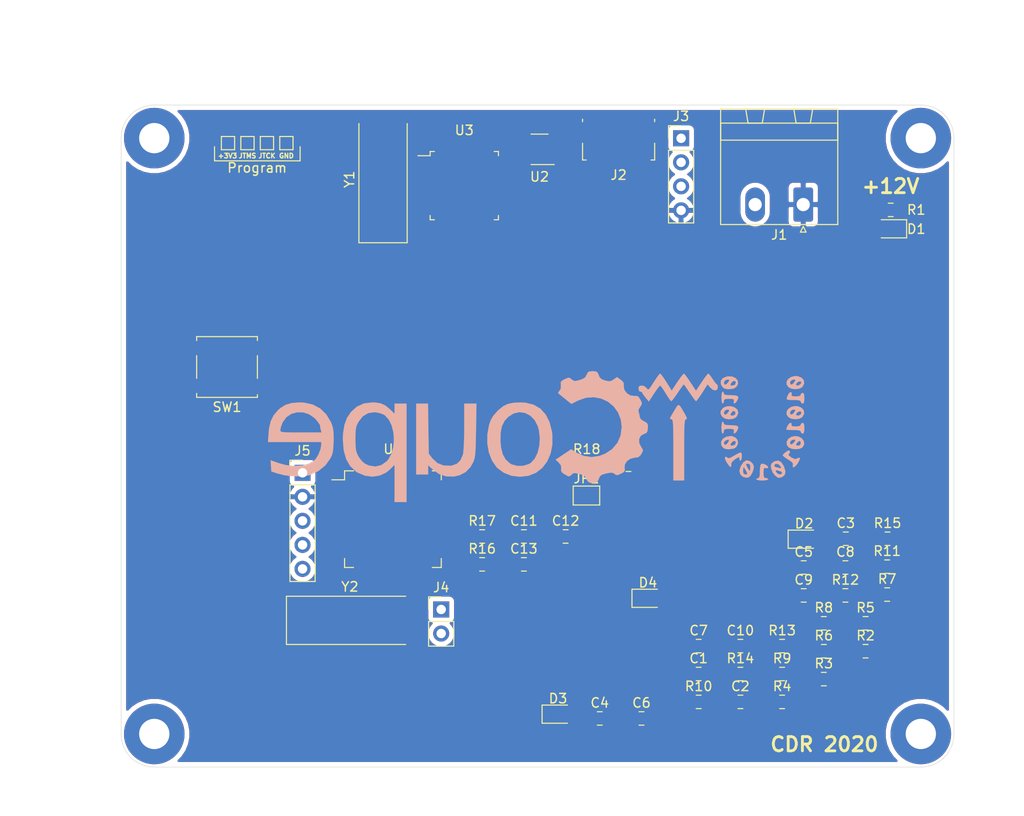
<source format=kicad_pcb>
(kicad_pcb (version 20171130) (host pcbnew "(5.1.4)-1")
  (layers (0 F.Cu signal) (31 B.Cu signal) (34 B.Paste user) (35 F.Paste user) (36 B.SilkS user hide) (37 F.SilkS user) (38 B.Mask user) (39 F.Mask user) (44 Edge.Cuts user))
  (net 0 "")
  (net 1 "Net-(D1-Pad1)")
  (net 2 +12V)
  (net 3 GND)
  (net 4 "Net-(U1-Pad23)")
  (net 5 "Net-(U1-Pad26)")
  (net 6 "Net-(U1-Pad15)")
  (net 7 "Net-(U1-Pad24)")
  (net 8 "Net-(U1-Pad20)")
  (net 9 "Net-(U1-Pad14)")
  (net 10 "Net-(U1-Pad19)")
  (net 11 "Net-(U1-Pad21)")
  (net 12 "Net-(U1-Pad22)")
  (net 13 "Net-(U1-Pad28)")
  (net 14 "Net-(U1-Pad10)")
  (net 15 "Net-(U1-Pad2)")
  (net 16 "Net-(U1-Pad11)")
  (net 17 "Net-(U1-Pad3)")
  (net 18 "Net-(U1-Pad1)")
  (net 19 "Net-(U1-Pad8)")
  (net 20 "Net-(U1-Pad9)")
  (net 21 "Net-(U1-Pad13)")
  (net 22 "Net-(U1-Pad25)")
  (net 23 "Net-(U1-Pad64)")
  (net 24 "Net-(U1-Pad62)")
  (net 25 "Net-(U1-Pad61)")
  (net 26 "Net-(U1-Pad59)")
  (net 27 "Net-(U1-Pad58)")
  (net 28 "Net-(U1-Pad57)")
  (net 29 "Net-(U1-Pad56)")
  (net 30 "Net-(U1-Pad54)")
  (net 31 "Net-(U1-Pad53)")
  (net 32 "Net-(U1-Pad52)")
  (net 33 "Net-(U1-Pad51)")
  (net 34 "Net-(U1-Pad50)")
  (net 35 "Net-(U1-Pad48)")
  (net 36 "Net-(U1-Pad45)")
  (net 37 "Net-(U1-Pad44)")
  (net 38 "Net-(U1-Pad43)")
  (net 39 "Net-(U1-Pad42)")
  (net 40 "Net-(U1-Pad41)")
  (net 41 "Net-(U1-Pad40)")
  (net 42 "Net-(U1-Pad39)")
  (net 43 "Net-(U1-Pad38)")
  (net 44 "Net-(U1-Pad37)")
  (net 45 "Net-(U1-Pad36)")
  (net 46 "Net-(U1-Pad35)")
  (net 47 "Net-(U1-Pad34)")
  (net 48 "Net-(U1-Pad33)")
  (net 49 "Net-(U1-Pad32)")
  (net 50 "Net-(U1-Pad29)")
  (net 51 "Net-(U1-Pad27)")
  (net 52 "Net-(U1-Pad4)")
  (net 53 +3V3)
  (net 54 "Net-(U2-Pad4)")
  (net 55 VBUS)
  (net 56 "Net-(U3-Pad46)")
  (net 57 "Net-(U3-Pad45)")
  (net 58 "Net-(U3-Pad43)")
  (net 59 "Net-(U3-Pad42)")
  (net 60 "Net-(U3-Pad41)")
  (net 61 "Net-(U3-Pad40)")
  (net 62 "Net-(U3-Pad39)")
  (net 63 "Net-(U3-Pad38)")
  (net 64 /ST_Link_v2/STM_JTCK)
  (net 65 /ST_Link_v2/STM_JTMS)
  (net 66 /ST_Link_v2/USB_DP)
  (net 67 /ST_Link_v2/USB_DM)
  (net 68 /ST_Link_v2/LED_STLINK)
  (net 69 "Net-(U3-Pad28)")
  (net 70 "Net-(U3-Pad22)")
  (net 71 "Net-(U3-Pad21)")
  (net 72 "Net-(U3-Pad19)")
  (net 73 "Net-(U3-Pad17)")
  (net 74 "Net-(U3-Pad16)")
  (net 75 "Net-(U3-Pad14)")
  (net 76 /ST_Link_v2/STLK_RX)
  (net 77 /ST_Link_v2/STLK_TX)
  (net 78 "Net-(U3-Pad11)")
  (net 79 "Net-(C3-Pad1)")
  (net 80 /ST_Link_v2/OSC_OUT)
  (net 81 /ST_Link_v2/OSC_IN)
  (net 82 "Net-(U3-Pad4)")
  (net 83 "Net-(U3-Pad3)")
  (net 84 "Net-(R9-Pad1)")
  (net 85 "Net-(R10-Pad1)")
  (net 86 "Net-(R15-Pad1)")
  (net 87 "Net-(R13-Pad2)")
  (net 88 "Net-(R11-Pad1)")
  (net 89 "Net-(C4-Pad2)")
  (net 90 "Net-(C11-Pad1)")
  (net 91 "Net-(C12-Pad1)")
  (net 92 /STM32F446RE6/NRST)
  (net 93 "Net-(C14-Pad1)")
  (net 94 "Net-(D2-Pad1)")
  (net 95 "Net-(D3-Pad2)")
  (net 96 "Net-(D4-Pad2)")
  (net 97 "Net-(J2-Pad4)")
  (net 98 "Net-(J2-Pad3)")
  (net 99 "Net-(J2-Pad2)")
  (net 100 /STM32F446RE6/SWO)
  (net 101 /STM32F446RE6/TMS)
  (net 102 /STM32F446RE6/TCK)
  (net 103 /STM32F446RE6/MCO)
  (net 104 /STM32F446RE6/PH0)
  (net 105 /STM32F446RE6/PH1)
  (net 106 "Net-(R18-Pad1)")
  (module TestPoint:TestPoint_Pad_1.0x1.0mm (layer F.Cu) (at 67.4624 54.0258)
    (fp_text reference TP4)
    (fp_text value GND (at 0 1.3462) (layer F.SilkS) (effects (font (size 0.5 0.5) (thickness 0.125))))
    (pad 1 smd rect (at 0 0) (size 1 1) (layers F.Cu F.Mask) (net 3 GND))
  )
  (module TestPoint:TestPoint_Pad_1.0x1.0mm (layer F.Cu) (at 65.405 54.0258)
    (fp_text reference TP3)
    (fp_text value JTCK (at 0 1.3462) (layer F.SilkS) (effects (font (size 0.5 0.5) (thickness 0.125))))
    (pad 1 smd rect (at 0 0) (size 1 1) (layers F.Cu F.Mask) (net 64 /ST_Link_v2/STM_JTCK))
  )
  (module TestPoint:TestPoint_Pad_1.0x1.0mm (layer F.Cu) (at 63.3476 54.0258)
    (fp_text reference TP2)
    (fp_text value JTMS (at 0 1.3462) (layer F.SilkS) (effects (font (size 0.5 0.5) (thickness 0.125))))
    (pad 1 smd rect (at 0 0) (size 1 1) (layers F.Cu F.Mask) (net 65 /ST_Link_v2/STM_JTMS))
  )
  (module TestPoint:TestPoint_Pad_1.0x1.0mm (layer F.Cu) (at 61.2902 54.0258)
    (fp_text reference TP1)
    (fp_text value +3V3 (at -0.0508 1.3462) (layer F.SilkS) (effects (font (size 0.5 0.5) (thickness 0.125))))
    (pad 1 smd rect (at 0 0) (size 1 1) (layers F.Cu F.Mask) (net 53 +3V3))
  )
  (module Button_Switch_SMD:SW_Push_1P1T_NO_CK_KSC6xxJ (layer F.Cu) (at 61.1886 77.6986)
    (fp_text reference SW1 (at 0 4.24) (layer F.SilkS))
    (fp_text value RESET)
    (pad 2 smd rect (at 2.9 2) (size 2.8 1) (layers F.Cu F.Paste F.Mask) (net 92 /STM32F446RE6/NRST))
    (pad 2 smd rect (at -2.9 2) (size 2.8 1) (layers F.Cu F.Paste F.Mask) (net 92 /STM32F446RE6/NRST))
    (pad 1 smd rect (at 2.9 -2) (size 2.8 1) (layers F.Cu F.Paste F.Mask) (net 3 GND))
    (pad 1 smd rect (at -2.9 -2) (size 2.8 1) (layers F.Cu F.Paste F.Mask) (net 3 GND))
  )
  (module Crystal:Crystal_SMD_HC49-SD (layer F.Cu) (at 74.167 104.4882)
    (fp_text reference Y2 (at 0 -3.55) (layer F.SilkS))
    (fp_text value "8MHz(16pF)[N/A]")
    (pad 2 smd rect (at 4.25 0) (size 4.5 2) (layers F.Cu F.Paste F.Mask) (net 91 "Net-(C12-Pad1)"))
    (pad 1 smd rect (at -4.25 0) (size 4.5 2) (layers F.Cu F.Paste F.Mask) (net 90 "Net-(C11-Pad1)"))
  )
  (module Crystal:Crystal_SMD_HC49-SD (layer F.Cu) (at 77.6732 57.8612 90)
    (fp_text reference Y1 (at 0 -3.55 90) (layer F.SilkS))
    (fp_text value "8MHz(12pF)")
    (pad 2 smd rect (at 4.25 0 90) (size 4.5 2) (layers F.Cu F.Paste F.Mask) (net 81 /ST_Link_v2/OSC_IN))
    (pad 1 smd rect (at -4.25 0 90) (size 4.5 2) (layers F.Cu F.Paste F.Mask) (net 80 /ST_Link_v2/OSC_OUT))
  )
  (module Package_QFP:LQFP-48_7x7mm_P0.5mm (layer F.Cu) (at 86.2584 58.5216)
    (fp_text reference U3 (at 0 -5.85) (layer F.SilkS))
    (fp_text value STM32F103CBTx)
    (pad 48 smd roundrect (at -2.75 -4.1625) (size 0.3 1.475) (layers F.Cu F.Paste F.Mask) (net 53 +3V3))
    (pad 47 smd roundrect (at -2.25 -4.1625) (size 0.3 1.475) (layers F.Cu F.Paste F.Mask) (net 3 GND))
    (pad 46 smd roundrect (at -1.75 -4.1625) (size 0.3 1.475) (layers F.Cu F.Paste F.Mask) (net 56 "Net-(U3-Pad46)"))
    (pad 45 smd roundrect (at -1.25 -4.1625) (size 0.3 1.475) (layers F.Cu F.Paste F.Mask) (net 57 "Net-(U3-Pad45)"))
    (pad 44 smd roundrect (at -0.75 -4.1625) (size 0.3 1.475) (layers F.Cu F.Paste F.Mask) (net 85 "Net-(R10-Pad1)"))
    (pad 43 smd roundrect (at -0.25 -4.1625) (size 0.3 1.475) (layers F.Cu F.Paste F.Mask) (net 58 "Net-(U3-Pad43)"))
    (pad 42 smd roundrect (at 0.25 -4.1625) (size 0.3 1.475) (layers F.Cu F.Paste F.Mask) (net 59 "Net-(U3-Pad42)"))
    (pad 41 smd roundrect (at 0.75 -4.1625) (size 0.3 1.475) (layers F.Cu F.Paste F.Mask) (net 60 "Net-(U3-Pad41)"))
    (pad 40 smd roundrect (at 1.25 -4.1625) (size 0.3 1.475) (layers F.Cu F.Paste F.Mask) (net 61 "Net-(U3-Pad40)"))
    (pad 39 smd roundrect (at 1.75 -4.1625) (size 0.3 1.475) (layers F.Cu F.Paste F.Mask) (net 62 "Net-(U3-Pad39)"))
    (pad 38 smd roundrect (at 2.25 -4.1625) (size 0.3 1.475) (layers F.Cu F.Paste F.Mask) (net 63 "Net-(U3-Pad38)"))
    (pad 37 smd roundrect (at 2.75 -4.1625) (size 0.3 1.475) (layers F.Cu F.Paste F.Mask) (net 64 /ST_Link_v2/STM_JTCK))
    (pad 36 smd roundrect (at 4.1625 -2.75) (size 1.475 0.3) (layers F.Cu F.Paste F.Mask) (net 53 +3V3))
    (pad 35 smd roundrect (at 4.1625 -2.25) (size 1.475 0.3) (layers F.Cu F.Paste F.Mask) (net 3 GND))
    (pad 34 smd roundrect (at 4.1625 -1.75) (size 1.475 0.3) (layers F.Cu F.Paste F.Mask) (net 65 /ST_Link_v2/STM_JTMS))
    (pad 33 smd roundrect (at 4.1625 -1.25) (size 1.475 0.3) (layers F.Cu F.Paste F.Mask) (net 66 /ST_Link_v2/USB_DP))
    (pad 32 smd roundrect (at 4.1625 -0.75) (size 1.475 0.3) (layers F.Cu F.Paste F.Mask) (net 67 /ST_Link_v2/USB_DM))
    (pad 31 smd roundrect (at 4.1625 -0.25) (size 1.475 0.3) (layers F.Cu F.Paste F.Mask) (net 100 /STM32F446RE6/SWO))
    (pad 30 smd roundrect (at 4.1625 0.25) (size 1.475 0.3) (layers F.Cu F.Paste F.Mask) (net 68 /ST_Link_v2/LED_STLINK))
    (pad 29 smd roundrect (at 4.1625 0.75) (size 1.475 0.3) (layers F.Cu F.Paste F.Mask) (net 86 "Net-(R15-Pad1)"))
    (pad 28 smd roundrect (at 4.1625 1.25) (size 1.475 0.3) (layers F.Cu F.Paste F.Mask) (net 69 "Net-(U3-Pad28)"))
    (pad 27 smd roundrect (at 4.1625 1.75) (size 1.475 0.3) (layers F.Cu F.Paste F.Mask) (net 101 /STM32F446RE6/TMS))
    (pad 26 smd roundrect (at 4.1625 2.25) (size 1.475 0.3) (layers F.Cu F.Paste F.Mask) (net 102 /STM32F446RE6/TCK))
    (pad 25 smd roundrect (at 4.1625 2.75) (size 1.475 0.3) (layers F.Cu F.Paste F.Mask) (net 84 "Net-(R9-Pad1)"))
    (pad 24 smd roundrect (at 2.75 4.1625) (size 0.3 1.475) (layers F.Cu F.Paste F.Mask) (net 53 +3V3))
    (pad 23 smd roundrect (at 2.25 4.1625) (size 0.3 1.475) (layers F.Cu F.Paste F.Mask) (net 3 GND))
    (pad 22 smd roundrect (at 1.75 4.1625) (size 0.3 1.475) (layers F.Cu F.Paste F.Mask) (net 70 "Net-(U3-Pad22)"))
    (pad 21 smd roundrect (at 1.25 4.1625) (size 0.3 1.475) (layers F.Cu F.Paste F.Mask) (net 71 "Net-(U3-Pad21)"))
    (pad 20 smd roundrect (at 0.75 4.1625) (size 0.3 1.475) (layers F.Cu F.Paste F.Mask) (net 3 GND))
    (pad 19 smd roundrect (at 0.25 4.1625) (size 0.3 1.475) (layers F.Cu F.Paste F.Mask) (net 72 "Net-(U3-Pad19)"))
    (pad 18 smd roundrect (at -0.25 4.1625) (size 0.3 1.475) (layers F.Cu F.Paste F.Mask) (net 92 /STM32F446RE6/NRST))
    (pad 17 smd roundrect (at -0.75 4.1625) (size 0.3 1.475) (layers F.Cu F.Paste F.Mask) (net 73 "Net-(U3-Pad17)"))
    (pad 16 smd roundrect (at -1.25 4.1625) (size 0.3 1.475) (layers F.Cu F.Paste F.Mask) (net 74 "Net-(U3-Pad16)"))
    (pad 15 smd roundrect (at -1.75 4.1625) (size 0.3 1.475) (layers F.Cu F.Paste F.Mask) (net 102 /STM32F446RE6/TCK))
    (pad 14 smd roundrect (at -2.25 4.1625) (size 0.3 1.475) (layers F.Cu F.Paste F.Mask) (net 75 "Net-(U3-Pad14)"))
    (pad 13 smd roundrect (at -2.75 4.1625) (size 0.3 1.475) (layers F.Cu F.Paste F.Mask) (net 76 /ST_Link_v2/STLK_RX))
    (pad 12 smd roundrect (at -4.1625 2.75) (size 1.475 0.3) (layers F.Cu F.Paste F.Mask) (net 77 /ST_Link_v2/STLK_TX))
    (pad 11 smd roundrect (at -4.1625 2.25) (size 1.475 0.3) (layers F.Cu F.Paste F.Mask) (net 78 "Net-(U3-Pad11)"))
    (pad 10 smd roundrect (at -4.1625 1.75) (size 1.475 0.3) (layers F.Cu F.Paste F.Mask) (net 87 "Net-(R13-Pad2)"))
    (pad 9 smd roundrect (at -4.1625 1.25) (size 1.475 0.3) (layers F.Cu F.Paste F.Mask) (net 53 +3V3))
    (pad 8 smd roundrect (at -4.1625 0.75) (size 1.475 0.3) (layers F.Cu F.Paste F.Mask) (net 3 GND))
    (pad 7 smd roundrect (at -4.1625 0.25) (size 1.475 0.3) (layers F.Cu F.Paste F.Mask) (net 79 "Net-(C3-Pad1)"))
    (pad 6 smd roundrect (at -4.1625 -0.25) (size 1.475 0.3) (layers F.Cu F.Paste F.Mask) (net 80 /ST_Link_v2/OSC_OUT))
    (pad 5 smd roundrect (at -4.1625 -0.75) (size 1.475 0.3) (layers F.Cu F.Paste F.Mask) (net 81 /ST_Link_v2/OSC_IN))
    (pad 4 smd roundrect (at -4.1625 -1.25) (size 1.475 0.3) (layers F.Cu F.Paste F.Mask) (net 82 "Net-(U3-Pad4)"))
    (pad 3 smd roundrect (at -4.1625 -1.75) (size 1.475 0.3) (layers F.Cu F.Paste F.Mask) (net 83 "Net-(U3-Pad3)"))
    (pad 2 smd roundrect (at -4.1625 -2.25) (size 1.475 0.3) (layers F.Cu F.Paste F.Mask) (net 88 "Net-(R11-Pad1)"))
    (pad 1 smd roundrect (at -4.1625 -2.75) (size 1.475 0.3) (layers F.Cu F.Paste F.Mask) (net 53 +3V3))
  )
  (module Package_TO_SOT_SMD:SOT-23-5 (layer F.Cu) (at 94.2086 54.6862 180)
    (fp_text reference U2 (at 0 -2.9) (layer F.SilkS))
    (fp_text value MIC5504-3.3YM5)
    (pad 5 smd rect (at 1.1 -0.95 180) (size 1.06 0.65) (layers F.Cu F.Paste F.Mask) (net 53 +3V3))
    (pad 4 smd rect (at 1.1 0.95 180) (size 1.06 0.65) (layers F.Cu F.Paste F.Mask) (net 54 "Net-(U2-Pad4)"))
    (pad 3 smd rect (at -1.1 0.95 180) (size 1.06 0.65) (layers F.Cu F.Paste F.Mask) (net 55 VBUS))
    (pad 2 smd rect (at -1.1 0 180) (size 1.06 0.65) (layers F.Cu F.Paste F.Mask) (net 3 GND))
    (pad 1 smd rect (at -1.1 -0.95 180) (size 1.06 0.65) (layers F.Cu F.Paste F.Mask) (net 55 VBUS))
  )
  (module Package_QFP:LQFP-64_10x10mm_P0.5mm (layer F.Cu) (at 78.717 93.7882)
    (fp_text reference U1 (at 0 -7.4) (layer F.SilkS))
    (fp_text value STM32F446RETx)
    (pad 64 smd roundrect (at -3.75 -5.675) (size 0.3 1.55) (layers F.Cu F.Paste F.Mask) (net 23 "Net-(U1-Pad64)"))
    (pad 63 smd roundrect (at -3.25 -5.675) (size 0.3 1.55) (layers F.Cu F.Paste F.Mask) (net 3 GND))
    (pad 62 smd roundrect (at -2.75 -5.675) (size 0.3 1.55) (layers F.Cu F.Paste F.Mask) (net 24 "Net-(U1-Pad62)"))
    (pad 61 smd roundrect (at -2.25 -5.675) (size 0.3 1.55) (layers F.Cu F.Paste F.Mask) (net 25 "Net-(U1-Pad61)"))
    (pad 60 smd roundrect (at -1.75 -5.675) (size 0.3 1.55) (layers F.Cu F.Paste F.Mask) (net 106 "Net-(R18-Pad1)"))
    (pad 59 smd roundrect (at -1.25 -5.675) (size 0.3 1.55) (layers F.Cu F.Paste F.Mask) (net 26 "Net-(U1-Pad59)"))
    (pad 58 smd roundrect (at -0.75 -5.675) (size 0.3 1.55) (layers F.Cu F.Paste F.Mask) (net 27 "Net-(U1-Pad58)"))
    (pad 57 smd roundrect (at -0.25 -5.675) (size 0.3 1.55) (layers F.Cu F.Paste F.Mask) (net 28 "Net-(U1-Pad57)"))
    (pad 56 smd roundrect (at 0.25 -5.675) (size 0.3 1.55) (layers F.Cu F.Paste F.Mask) (net 29 "Net-(U1-Pad56)"))
    (pad 55 smd roundrect (at 0.75 -5.675) (size 0.3 1.55) (layers F.Cu F.Paste F.Mask) (net 100 /STM32F446RE6/SWO))
    (pad 54 smd roundrect (at 1.25 -5.675) (size 0.3 1.55) (layers F.Cu F.Paste F.Mask) (net 30 "Net-(U1-Pad54)"))
    (pad 53 smd roundrect (at 1.75 -5.675) (size 0.3 1.55) (layers F.Cu F.Paste F.Mask) (net 31 "Net-(U1-Pad53)"))
    (pad 52 smd roundrect (at 2.25 -5.675) (size 0.3 1.55) (layers F.Cu F.Paste F.Mask) (net 32 "Net-(U1-Pad52)"))
    (pad 51 smd roundrect (at 2.75 -5.675) (size 0.3 1.55) (layers F.Cu F.Paste F.Mask) (net 33 "Net-(U1-Pad51)"))
    (pad 50 smd roundrect (at 3.25 -5.675) (size 0.3 1.55) (layers F.Cu F.Paste F.Mask) (net 34 "Net-(U1-Pad50)"))
    (pad 49 smd roundrect (at 3.75 -5.675) (size 0.3 1.55) (layers F.Cu F.Paste F.Mask) (net 102 /STM32F446RE6/TCK))
    (pad 48 smd roundrect (at 5.675 -3.75) (size 1.55 0.3) (layers F.Cu F.Paste F.Mask) (net 35 "Net-(U1-Pad48)"))
    (pad 47 smd roundrect (at 5.675 -3.25) (size 1.55 0.3) (layers F.Cu F.Paste F.Mask) (net 3 GND))
    (pad 46 smd roundrect (at 5.675 -2.75) (size 1.55 0.3) (layers F.Cu F.Paste F.Mask) (net 101 /STM32F446RE6/TMS))
    (pad 45 smd roundrect (at 5.675 -2.25) (size 1.55 0.3) (layers F.Cu F.Paste F.Mask) (net 36 "Net-(U1-Pad45)"))
    (pad 44 smd roundrect (at 5.675 -1.75) (size 1.55 0.3) (layers F.Cu F.Paste F.Mask) (net 37 "Net-(U1-Pad44)"))
    (pad 43 smd roundrect (at 5.675 -1.25) (size 1.55 0.3) (layers F.Cu F.Paste F.Mask) (net 38 "Net-(U1-Pad43)"))
    (pad 42 smd roundrect (at 5.675 -0.75) (size 1.55 0.3) (layers F.Cu F.Paste F.Mask) (net 39 "Net-(U1-Pad42)"))
    (pad 41 smd roundrect (at 5.675 -0.25) (size 1.55 0.3) (layers F.Cu F.Paste F.Mask) (net 40 "Net-(U1-Pad41)"))
    (pad 40 smd roundrect (at 5.675 0.25) (size 1.55 0.3) (layers F.Cu F.Paste F.Mask) (net 41 "Net-(U1-Pad40)"))
    (pad 39 smd roundrect (at 5.675 0.75) (size 1.55 0.3) (layers F.Cu F.Paste F.Mask) (net 42 "Net-(U1-Pad39)"))
    (pad 38 smd roundrect (at 5.675 1.25) (size 1.55 0.3) (layers F.Cu F.Paste F.Mask) (net 43 "Net-(U1-Pad38)"))
    (pad 37 smd roundrect (at 5.675 1.75) (size 1.55 0.3) (layers F.Cu F.Paste F.Mask) (net 44 "Net-(U1-Pad37)"))
    (pad 36 smd roundrect (at 5.675 2.25) (size 1.55 0.3) (layers F.Cu F.Paste F.Mask) (net 45 "Net-(U1-Pad36)"))
    (pad 35 smd roundrect (at 5.675 2.75) (size 1.55 0.3) (layers F.Cu F.Paste F.Mask) (net 46 "Net-(U1-Pad35)"))
    (pad 34 smd roundrect (at 5.675 3.25) (size 1.55 0.3) (layers F.Cu F.Paste F.Mask) (net 47 "Net-(U1-Pad34)"))
    (pad 33 smd roundrect (at 5.675 3.75) (size 1.55 0.3) (layers F.Cu F.Paste F.Mask) (net 48 "Net-(U1-Pad33)"))
    (pad 32 smd roundrect (at 3.75 5.675) (size 0.3 1.55) (layers F.Cu F.Paste F.Mask) (net 49 "Net-(U1-Pad32)"))
    (pad 31 smd roundrect (at 3.25 5.675) (size 0.3 1.55) (layers F.Cu F.Paste F.Mask) (net 3 GND))
    (pad 30 smd roundrect (at 2.75 5.675) (size 0.3 1.55) (layers F.Cu F.Paste F.Mask) (net 93 "Net-(C14-Pad1)"))
    (pad 29 smd roundrect (at 2.25 5.675) (size 0.3 1.55) (layers F.Cu F.Paste F.Mask) (net 50 "Net-(U1-Pad29)"))
    (pad 28 smd roundrect (at 1.75 5.675) (size 0.3 1.55) (layers F.Cu F.Paste F.Mask) (net 13 "Net-(U1-Pad28)"))
    (pad 27 smd roundrect (at 1.25 5.675) (size 0.3 1.55) (layers F.Cu F.Paste F.Mask) (net 51 "Net-(U1-Pad27)"))
    (pad 26 smd roundrect (at 0.75 5.675) (size 0.3 1.55) (layers F.Cu F.Paste F.Mask) (net 5 "Net-(U1-Pad26)"))
    (pad 25 smd roundrect (at 0.25 5.675) (size 0.3 1.55) (layers F.Cu F.Paste F.Mask) (net 22 "Net-(U1-Pad25)"))
    (pad 24 smd roundrect (at -0.25 5.675) (size 0.3 1.55) (layers F.Cu F.Paste F.Mask) (net 7 "Net-(U1-Pad24)"))
    (pad 23 smd roundrect (at -0.75 5.675) (size 0.3 1.55) (layers F.Cu F.Paste F.Mask) (net 4 "Net-(U1-Pad23)"))
    (pad 22 smd roundrect (at -1.25 5.675) (size 0.3 1.55) (layers F.Cu F.Paste F.Mask) (net 12 "Net-(U1-Pad22)"))
    (pad 21 smd roundrect (at -1.75 5.675) (size 0.3 1.55) (layers F.Cu F.Paste F.Mask) (net 11 "Net-(U1-Pad21)"))
    (pad 20 smd roundrect (at -2.25 5.675) (size 0.3 1.55) (layers F.Cu F.Paste F.Mask) (net 8 "Net-(U1-Pad20)"))
    (pad 19 smd roundrect (at -2.75 5.675) (size 0.3 1.55) (layers F.Cu F.Paste F.Mask) (net 10 "Net-(U1-Pad19)"))
    (pad 18 smd roundrect (at -3.25 5.675) (size 0.3 1.55) (layers F.Cu F.Paste F.Mask) (net 3 GND))
    (pad 17 smd roundrect (at -3.75 5.675) (size 0.3 1.55) (layers F.Cu F.Paste F.Mask) (net 77 /ST_Link_v2/STLK_TX))
    (pad 16 smd roundrect (at -5.675 3.75) (size 1.55 0.3) (layers F.Cu F.Paste F.Mask) (net 76 /ST_Link_v2/STLK_RX))
    (pad 15 smd roundrect (at -5.675 3.25) (size 1.55 0.3) (layers F.Cu F.Paste F.Mask) (net 6 "Net-(U1-Pad15)"))
    (pad 14 smd roundrect (at -5.675 2.75) (size 1.55 0.3) (layers F.Cu F.Paste F.Mask) (net 9 "Net-(U1-Pad14)"))
    (pad 13 smd roundrect (at -5.675 2.25) (size 1.55 0.3) (layers F.Cu F.Paste F.Mask) (net 21 "Net-(U1-Pad13)"))
    (pad 12 smd roundrect (at -5.675 1.75) (size 1.55 0.3) (layers F.Cu F.Paste F.Mask) (net 3 GND))
    (pad 11 smd roundrect (at -5.675 1.25) (size 1.55 0.3) (layers F.Cu F.Paste F.Mask) (net 16 "Net-(U1-Pad11)"))
    (pad 10 smd roundrect (at -5.675 0.75) (size 1.55 0.3) (layers F.Cu F.Paste F.Mask) (net 14 "Net-(U1-Pad10)"))
    (pad 9 smd roundrect (at -5.675 0.25) (size 1.55 0.3) (layers F.Cu F.Paste F.Mask) (net 20 "Net-(U1-Pad9)"))
    (pad 8 smd roundrect (at -5.675 -0.25) (size 1.55 0.3) (layers F.Cu F.Paste F.Mask) (net 19 "Net-(U1-Pad8)"))
    (pad 7 smd roundrect (at -5.675 -0.75) (size 1.55 0.3) (layers F.Cu F.Paste F.Mask) (net 92 /STM32F446RE6/NRST))
    (pad 6 smd roundrect (at -5.675 -1.25) (size 1.55 0.3) (layers F.Cu F.Paste F.Mask) (net 105 /STM32F446RE6/PH1))
    (pad 5 smd roundrect (at -5.675 -1.75) (size 1.55 0.3) (layers F.Cu F.Paste F.Mask) (net 104 /STM32F446RE6/PH0))
    (pad 4 smd roundrect (at -5.675 -2.25) (size 1.55 0.3) (layers F.Cu F.Paste F.Mask) (net 52 "Net-(U1-Pad4)"))
    (pad 3 smd roundrect (at -5.675 -2.75) (size 1.55 0.3) (layers F.Cu F.Paste F.Mask) (net 17 "Net-(U1-Pad3)"))
    (pad 2 smd roundrect (at -5.675 -3.25) (size 1.55 0.3) (layers F.Cu F.Paste F.Mask) (net 15 "Net-(U1-Pad2)"))
    (pad 1 smd roundrect (at -5.675 -3.75) (size 1.55 0.3) (layers F.Cu F.Paste F.Mask) (net 18 "Net-(U1-Pad1)"))
  )
  (module Resistor_SMD:R_0805_2012Metric (layer F.Cu) (at 99.197 88.0382)
    (fp_text reference R18 (at 0 -1.65) (layer F.SilkS))
    (fp_text value 10k)
    (pad 2 smd roundrect (at 0.9375 0) (size 0.975 1.4) (layers F.Cu F.Paste F.Mask) (net 3 GND))
    (pad 1 smd roundrect (at -0.9375 0) (size 0.975 1.4) (layers F.Cu F.Paste F.Mask) (net 106 "Net-(R18-Pad1)"))
  )
  (module Resistor_SMD:R_0805_2012Metric (layer F.Cu) (at 88.147 95.6182)
    (fp_text reference R17 (at 0 -1.65) (layer F.SilkS))
    (fp_text value [N/A])
    (pad 2 smd roundrect (at 0.9375 0) (size 0.975 1.4) (layers F.Cu F.Paste F.Mask) (net 91 "Net-(C12-Pad1)"))
    (pad 1 smd roundrect (at -0.9375 0) (size 0.975 1.4) (layers F.Cu F.Paste F.Mask) (net 105 /STM32F446RE6/PH1))
  )
  (module Resistor_SMD:R_0805_2012Metric (layer F.Cu) (at 88.147 98.5682)
    (fp_text reference R16 (at 0 -1.65) (layer F.SilkS))
    (fp_text value [N/A])
    (pad 2 smd roundrect (at 0.9375 0) (size 0.975 1.4) (layers F.Cu F.Paste F.Mask) (net 90 "Net-(C11-Pad1)"))
    (pad 1 smd roundrect (at -0.9375 0) (size 0.975 1.4) (layers F.Cu F.Paste F.Mask) (net 104 /STM32F446RE6/PH0))
  )
  (module Resistor_SMD:R_0805_2012Metric (layer F.Cu) (at 130.9834 95.8598)
    (fp_text reference R15 (at 0 -1.65) (layer F.SilkS))
    (fp_text value 100)
    (pad 2 smd roundrect (at 0.9375 0) (size 0.975 1.4) (layers F.Cu F.Paste F.Mask) (net 103 /STM32F446RE6/MCO))
    (pad 1 smd roundrect (at -0.9375 0) (size 0.975 1.4) (layers F.Cu F.Paste F.Mask) (net 86 "Net-(R15-Pad1)"))
  )
  (module Resistor_SMD:R_0805_2012Metric (layer F.Cu) (at 115.4334 110.1598)
    (fp_text reference R14 (at 0 -1.65) (layer F.SilkS))
    (fp_text value 4k7)
    (pad 2 smd roundrect (at 0.9375 0) (size 0.975 1.4) (layers F.Cu F.Paste F.Mask) (net 3 GND))
    (pad 1 smd roundrect (at -0.9375 0) (size 0.975 1.4) (layers F.Cu F.Paste F.Mask) (net 87 "Net-(R13-Pad2)"))
  )
  (module Resistor_SMD:R_0805_2012Metric (layer F.Cu) (at 119.8434 107.2098)
    (fp_text reference R13 (at 0 -1.65) (layer F.SilkS))
    (fp_text value 4k7)
    (pad 2 smd roundrect (at 0.9375 0) (size 0.975 1.4) (layers F.Cu F.Paste F.Mask) (net 87 "Net-(R13-Pad2)"))
    (pad 1 smd roundrect (at -0.9375 0) (size 0.975 1.4) (layers F.Cu F.Paste F.Mask) (net 53 +3V3))
  )
  (module Resistor_SMD:R_0805_2012Metric (layer F.Cu) (at 126.5334 101.8498)
    (fp_text reference R12 (at 0 -1.65) (layer F.SilkS))
    (fp_text value 56)
    (pad 2 smd roundrect (at 0.9375 0) (size 0.975 1.4) (layers F.Cu F.Paste F.Mask) (net 96 "Net-(D4-Pad2)"))
    (pad 1 smd roundrect (at -0.9375 0) (size 0.975 1.4) (layers F.Cu F.Paste F.Mask) (net 53 +3V3))
  )
  (module Resistor_SMD:R_0805_2012Metric (layer F.Cu) (at 130.9434 98.8098)
    (fp_text reference R11 (at 0 -1.65) (layer F.SilkS))
    (fp_text value 10k)
    (pad 2 smd roundrect (at 0.9375 0) (size 0.975 1.4) (layers F.Cu F.Paste F.Mask) (net 3 GND))
    (pad 1 smd roundrect (at -0.9375 0) (size 0.975 1.4) (layers F.Cu F.Paste F.Mask) (net 88 "Net-(R11-Pad1)"))
  )
  (module Resistor_SMD:R_0805_2012Metric (layer F.Cu) (at 111.0234 113.1098)
    (fp_text reference R10 (at 0 -1.65) (layer F.SilkS))
    (fp_text value 100k)
    (pad 2 smd roundrect (at 0.9375 0) (size 0.975 1.4) (layers F.Cu F.Paste F.Mask) (net 3 GND))
    (pad 1 smd roundrect (at -0.9375 0) (size 0.975 1.4) (layers F.Cu F.Paste F.Mask) (net 85 "Net-(R10-Pad1)"))
  )
  (module Resistor_SMD:R_0805_2012Metric (layer F.Cu) (at 119.8434 110.1598)
    (fp_text reference R9 (at 0 -1.65) (layer F.SilkS))
    (fp_text value 100)
    (pad 2 smd roundrect (at 0.9375 0) (size 0.975 1.4) (layers F.Cu F.Paste F.Mask) (net 101 /STM32F446RE6/TMS))
    (pad 1 smd roundrect (at -0.9375 0) (size 0.975 1.4) (layers F.Cu F.Paste F.Mask) (net 84 "Net-(R9-Pad1)"))
  )
  (module Resistor_SMD:R_0805_2012Metric (layer F.Cu) (at 124.2534 104.7998)
    (fp_text reference R8 (at 0 -1.65) (layer F.SilkS))
    (fp_text value 100k)
    (pad 2 smd roundrect (at 0.9375 0) (size 0.975 1.4) (layers F.Cu F.Paste F.Mask) (net 79 "Net-(C3-Pad1)"))
    (pad 1 smd roundrect (at -0.9375 0) (size 0.975 1.4) (layers F.Cu F.Paste F.Mask) (net 53 +3V3))
  )
  (module Resistor_SMD:R_0805_2012Metric (layer F.Cu) (at 130.9434 101.7598)
    (fp_text reference R7 (at 0 -1.65) (layer F.SilkS))
    (fp_text value 100k)
    (pad 2 smd roundrect (at 0.9375 0) (size 0.975 1.4) (layers F.Cu F.Paste F.Mask) (net 97 "Net-(J2-Pad4)"))
    (pad 1 smd roundrect (at -0.9375 0) (size 0.975 1.4) (layers F.Cu F.Paste F.Mask) (net 3 GND))
  )
  (module Resistor_SMD:R_0805_2012Metric (layer F.Cu) (at 124.2534 107.7498)
    (fp_text reference R6 (at 0 -1.65) (layer F.SilkS))
    (fp_text value 22)
    (pad 2 smd roundrect (at 0.9375 0) (size 0.975 1.4) (layers F.Cu F.Paste F.Mask) (net 99 "Net-(J2-Pad2)"))
    (pad 1 smd roundrect (at -0.9375 0) (size 0.975 1.4) (layers F.Cu F.Paste F.Mask) (net 67 /ST_Link_v2/USB_DM))
  )
  (module Resistor_SMD:R_0805_2012Metric (layer F.Cu) (at 128.6634 104.7998)
    (fp_text reference R5 (at 0 -1.65) (layer F.SilkS))
    (fp_text value 22)
    (pad 2 smd roundrect (at 0.9375 0) (size 0.975 1.4) (layers F.Cu F.Paste F.Mask) (net 98 "Net-(J2-Pad3)"))
    (pad 1 smd roundrect (at -0.9375 0) (size 0.975 1.4) (layers F.Cu F.Paste F.Mask) (net 66 /ST_Link_v2/USB_DP))
  )
  (module Resistor_SMD:R_0805_2012Metric (layer F.Cu) (at 119.8434 113.1098)
    (fp_text reference R4 (at 0 -1.65) (layer F.SilkS))
    (fp_text value 1k5)
    (pad 2 smd roundrect (at 0.9375 0) (size 0.975 1.4) (layers F.Cu F.Paste F.Mask) (net 98 "Net-(J2-Pad3)"))
    (pad 1 smd roundrect (at -0.9375 0) (size 0.975 1.4) (layers F.Cu F.Paste F.Mask) (net 53 +3V3))
  )
  (module Resistor_SMD:R_0805_2012Metric (layer F.Cu) (at 124.2534 110.6998)
    (fp_text reference R3 (at 0 -1.65) (layer F.SilkS))
    (fp_text value 220)
    (pad 2 smd roundrect (at 0.9375 0) (size 0.975 1.4) (layers F.Cu F.Paste F.Mask) (net 68 /ST_Link_v2/LED_STLINK))
    (pad 1 smd roundrect (at -0.9375 0) (size 0.975 1.4) (layers F.Cu F.Paste F.Mask) (net 95 "Net-(D3-Pad2)"))
  )
  (module Resistor_SMD:R_0805_2012Metric (layer F.Cu) (at 128.6634 107.7498)
    (fp_text reference R2 (at 0 -1.65) (layer F.SilkS))
    (fp_text value 220)
    (pad 2 smd roundrect (at 0.9375 0) (size 0.975 1.4) (layers F.Cu F.Paste F.Mask) (net 68 /ST_Link_v2/LED_STLINK))
    (pad 1 smd roundrect (at -0.9375 0) (size 0.975 1.4) (layers F.Cu F.Paste F.Mask) (net 94 "Net-(D2-Pad1)"))
  )
  (module Jumper:SolderJumper-2_P1.3mm_Open_TrianglePad1.0x1.5mm (layer F.Cu) (at 99.167 91.2882)
    (fp_text reference JP1 (at 0 -1.8) (layer F.SilkS))
    (fp_text value Jumper)
    (pad 1 smd custom (at -0.725 0) (size 0.3 0.3) (layers F.Cu F.Mask) (net 103 /STM32F446RE6/MCO) (options (clearance outline) (anchor rect)) (primitives (gr_poly (pts (xy -0.5 -0.75) (xy 0.5 -0.75) (xy 1 0) (xy 0.5 0.75) (xy -0.5 0.75)) (width 0))))
    (pad 2 smd custom (at 0.725 0) (size 0.3 0.3) (layers F.Cu F.Mask) (net 104 /STM32F446RE6/PH0) (options (clearance outline) (anchor rect)) (primitives (gr_poly (pts (xy -0.65 -0.75) (xy 0.5 -0.75) (xy 0.5 0.75) (xy -0.65 0.75) (xy -0.15 0)) (width 0))))
  )
  (module Connector_PinHeader_2.54mm:PinHeader_1x05_P2.54mm_Vertical (layer F.Cu) (at 69.167 88.8882)
    (fp_text reference J5 (at 0 -2.33) (layer F.SilkS))
    (fp_text value Conn_01x05)
    (pad 5 thru_hole oval (at 0 10.16) (size 1.7 1.7) (drill 1) (layers *.Cu *.Mask) (net 100 /STM32F446RE6/SWO))
    (pad 4 thru_hole oval (at 0 7.62) (size 1.7 1.7) (drill 1) (layers *.Cu *.Mask) (net 92 /STM32F446RE6/NRST))
    (pad 3 thru_hole oval (at 0 5.08) (size 1.7 1.7) (drill 1) (layers *.Cu *.Mask) (net 101 /STM32F446RE6/TMS))
    (pad 2 thru_hole oval (at 0 2.54) (size 1.7 1.7) (drill 1) (layers *.Cu *.Mask) (net 3 GND))
    (pad 1 thru_hole rect (at 0 0) (size 1.7 1.7) (drill 1) (layers *.Cu *.Mask) (net 102 /STM32F446RE6/TCK))
  )
  (module Connector_PinHeader_2.54mm:PinHeader_1x02_P2.54mm_Vertical (layer F.Cu) (at 83.817 103.3382)
    (fp_text reference J4 (at 0 -2.33) (layer F.SilkS))
    (fp_text value Conn_01x02)
    (pad 2 thru_hole oval (at 0 2.54) (size 1.7 1.7) (drill 1) (layers *.Cu *.Mask) (net 77 /ST_Link_v2/STLK_TX))
    (pad 1 thru_hole rect (at 0 0) (size 1.7 1.7) (drill 1) (layers *.Cu *.Mask) (net 76 /ST_Link_v2/STLK_RX))
  )
  (module Connector_PinHeader_2.54mm:PinHeader_1x04_P2.54mm_Vertical (layer F.Cu) (at 109.1692 53.5178)
    (fp_text reference J3 (at 0 -2.33) (layer F.SilkS))
    (fp_text value Conn_01x04)
    (pad 4 thru_hole oval (at 0 7.62) (size 1.7 1.7) (drill 1) (layers *.Cu *.Mask) (net 3 GND))
    (pad 3 thru_hole oval (at 0 5.08) (size 1.7 1.7) (drill 1) (layers *.Cu *.Mask) (net 64 /ST_Link_v2/STM_JTCK))
    (pad 2 thru_hole oval (at 0 2.54) (size 1.7 1.7) (drill 1) (layers *.Cu *.Mask) (net 65 /ST_Link_v2/STM_JTMS))
    (pad 1 thru_hole rect (at 0 0) (size 1.7 1.7) (drill 1) (layers *.Cu *.Mask) (net 53 +3V3))
  )
  (module Connector_USB:USB_Micro-B_Molex_47346-0001 (layer F.Cu) (at 102.5652 54.102 180)
    (fp_text reference J2 (at 0 -3.3 180) (layer F.SilkS))
    (fp_text value USB_B_Micro)
    (pad 6 smd rect (at 0.84 1.2 180) (size 1.175 1.9) (layers F.Cu F.Paste F.Mask) (net 3 GND))
    (pad 6 smd rect (at -0.84 1.2 180) (size 1.175 1.9) (layers F.Cu F.Paste F.Mask) (net 3 GND))
    (pad 6 smd rect (at 2.91 1.2 180) (size 2.375 1.9) (layers F.Cu F.Paste F.Mask) (net 3 GND))
    (pad 6 smd rect (at -2.91 1.2 180) (size 2.375 1.9) (layers F.Cu F.Paste F.Mask) (net 3 GND))
    (pad 6 smd rect (at 2.4625 -1.1 180) (size 1.475 2.1) (layers F.Cu F.Paste F.Mask) (net 3 GND))
    (pad 6 smd rect (at -2.4625 -1.1 180) (size 1.475 2.1) (layers F.Cu F.Paste F.Mask) (net 3 GND))
    (pad 5 smd rect (at 1.3 -1.46 180) (size 0.45 1.38) (layers F.Cu F.Paste F.Mask) (net 3 GND))
    (pad 4 smd rect (at 0.65 -1.46 180) (size 0.45 1.38) (layers F.Cu F.Paste F.Mask) (net 97 "Net-(J2-Pad4)"))
    (pad 3 smd rect (at 0 -1.46 180) (size 0.45 1.38) (layers F.Cu F.Paste F.Mask) (net 98 "Net-(J2-Pad3)"))
    (pad 2 smd rect (at -0.65 -1.46 180) (size 0.45 1.38) (layers F.Cu F.Paste F.Mask) (net 99 "Net-(J2-Pad2)"))
    (pad 1 smd rect (at -1.3 -1.46 180) (size 0.45 1.38) (layers F.Cu F.Paste F.Mask) (net 55 VBUS))
  )
  (module LED_SMD:LED_0805_2012Metric (layer F.Cu) (at 105.6634 102.1548)
    (fp_text reference D4 (at 0 -1.65) (layer F.SilkS))
    (fp_text value LED_R)
    (pad 2 smd roundrect (at 0.9375 0) (size 0.975 1.4) (layers F.Cu F.Paste F.Mask) (net 96 "Net-(D4-Pad2)"))
    (pad 1 smd roundrect (at -0.9375 0) (size 0.975 1.4) (layers F.Cu F.Paste F.Mask) (net 3 GND))
  )
  (module LED_SMD:LED_0805_2012Metric (layer F.Cu) (at 96.1634 114.4048)
    (fp_text reference D3 (at 0 -1.65) (layer F.SilkS))
    (fp_text value LED_R)
    (pad 2 smd roundrect (at 0.9375 0) (size 0.975 1.4) (layers F.Cu F.Paste F.Mask) (net 95 "Net-(D3-Pad2)"))
    (pad 1 smd roundrect (at -0.9375 0) (size 0.975 1.4) (layers F.Cu F.Paste F.Mask) (net 3 GND))
  )
  (module LED_SMD:LED_0805_2012Metric (layer F.Cu) (at 122.1634 95.9048)
    (fp_text reference D2 (at 0 -1.65) (layer F.SilkS))
    (fp_text value LED_G)
    (pad 2 smd roundrect (at 0.9375 0) (size 0.975 1.4) (layers F.Cu F.Paste F.Mask) (net 53 +3V3))
    (pad 1 smd roundrect (at -0.9375 0) (size 0.975 1.4) (layers F.Cu F.Paste F.Mask) (net 94 "Net-(D2-Pad1)"))
  )
  (module Capacitor_SMD:C_0805_2012Metric (layer F.Cu) (at 103.607 88.0382)
    (fp_text reference C14 (at 0 -1.65) (layer F.SilkS))
    (fp_text value "4.7uF(Low ESR)")
    (pad 2 smd roundrect (at 0.9375 0) (size 0.975 1.4) (layers F.Cu F.Paste F.Mask) (net 3 GND))
    (pad 1 smd roundrect (at -0.9375 0) (size 0.975 1.4) (layers F.Cu F.Paste F.Mask) (net 93 "Net-(C14-Pad1)"))
  )
  (module Capacitor_SMD:C_0805_2012Metric (layer F.Cu) (at 92.557 98.5682)
    (fp_text reference C13 (at 0 -1.65) (layer F.SilkS))
    (fp_text value 100nF)
    (pad 2 smd roundrect (at 0.9375 0) (size 0.975 1.4) (layers F.Cu F.Paste F.Mask) (net 3 GND))
    (pad 1 smd roundrect (at -0.9375 0) (size 0.975 1.4) (layers F.Cu F.Paste F.Mask) (net 92 /STM32F446RE6/NRST))
  )
  (module Capacitor_SMD:C_0805_2012Metric (layer F.Cu) (at 96.967 95.6182)
    (fp_text reference C12 (at 0 -1.65) (layer F.SilkS))
    (fp_text value 20pF[N/A])
    (pad 2 smd roundrect (at 0.9375 0) (size 0.975 1.4) (layers F.Cu F.Paste F.Mask) (net 3 GND))
    (pad 1 smd roundrect (at -0.9375 0) (size 0.975 1.4) (layers F.Cu F.Paste F.Mask) (net 91 "Net-(C12-Pad1)"))
  )
  (module Capacitor_SMD:C_0805_2012Metric (layer F.Cu) (at 92.557 95.6182)
    (fp_text reference C11 (at 0 -1.65) (layer F.SilkS))
    (fp_text value 20pF[N/A])
    (pad 2 smd roundrect (at 0.9375 0) (size 0.975 1.4) (layers F.Cu F.Paste F.Mask) (net 3 GND))
    (pad 1 smd roundrect (at -0.9375 0) (size 0.975 1.4) (layers F.Cu F.Paste F.Mask) (net 90 "Net-(C11-Pad1)"))
  )
  (module Capacitor_SMD:C_0805_2012Metric (layer F.Cu) (at 115.4334 107.2098)
    (fp_text reference C10 (at 0 -1.65) (layer F.SilkS))
    (fp_text value 100nF)
    (pad 2 smd roundrect (at 0.9375 0) (size 0.975 1.4) (layers F.Cu F.Paste F.Mask) (net 3 GND))
    (pad 1 smd roundrect (at -0.9375 0) (size 0.975 1.4) (layers F.Cu F.Paste F.Mask) (net 53 +3V3))
  )
  (module Capacitor_SMD:C_0805_2012Metric (layer F.Cu) (at 122.1234 101.8498)
    (fp_text reference C9 (at 0 -1.65) (layer F.SilkS))
    (fp_text value 100nF)
    (pad 2 smd roundrect (at 0.9375 0) (size 0.975 1.4) (layers F.Cu F.Paste F.Mask) (net 3 GND))
    (pad 1 smd roundrect (at -0.9375 0) (size 0.975 1.4) (layers F.Cu F.Paste F.Mask) (net 53 +3V3))
  )
  (module Capacitor_SMD:C_0805_2012Metric (layer F.Cu) (at 126.5334 98.8998)
    (fp_text reference C8 (at 0 -1.65) (layer F.SilkS))
    (fp_text value 100nF)
    (pad 2 smd roundrect (at 0.9375 0) (size 0.975 1.4) (layers F.Cu F.Paste F.Mask) (net 3 GND))
    (pad 1 smd roundrect (at -0.9375 0) (size 0.975 1.4) (layers F.Cu F.Paste F.Mask) (net 53 +3V3))
  )
  (module Capacitor_SMD:C_0805_2012Metric (layer F.Cu) (at 111.0234 107.2098)
    (fp_text reference C7 (at 0 -1.65) (layer F.SilkS))
    (fp_text value 100nF)
    (pad 2 smd roundrect (at 0.9375 0) (size 0.975 1.4) (layers F.Cu F.Paste F.Mask) (net 3 GND))
    (pad 1 smd roundrect (at -0.9375 0) (size 0.975 1.4) (layers F.Cu F.Paste F.Mask) (net 53 +3V3))
  )
  (module Capacitor_SMD:C_0805_2012Metric (layer F.Cu) (at 104.9834 114.8598)
    (fp_text reference C6 (at 0 -1.65) (layer F.SilkS))
    (fp_text value 100nF)
    (pad 2 smd roundrect (at 0.9375 0) (size 0.975 1.4) (layers F.Cu F.Paste F.Mask) (net 3 GND))
    (pad 1 smd roundrect (at -0.9375 0) (size 0.975 1.4) (layers F.Cu F.Paste F.Mask) (net 53 +3V3))
  )
  (module Capacitor_SMD:C_0805_2012Metric (layer F.Cu) (at 122.1234 98.8998)
    (fp_text reference C5 (at 0 -1.65) (layer F.SilkS))
    (fp_text value 1uF)
    (pad 2 smd roundrect (at 0.9375 0) (size 0.975 1.4) (layers F.Cu F.Paste F.Mask) (net 3 GND))
    (pad 1 smd roundrect (at -0.9375 0) (size 0.975 1.4) (layers F.Cu F.Paste F.Mask) (net 53 +3V3))
  )
  (module Capacitor_SMD:C_0805_2012Metric (layer F.Cu) (at 100.5734 114.8598)
    (fp_text reference C4 (at 0 -1.65) (layer F.SilkS))
    (fp_text value 1uF)
    (pad 2 smd roundrect (at 0.9375 0) (size 0.975 1.4) (layers F.Cu F.Paste F.Mask) (net 89 "Net-(C4-Pad2)"))
    (pad 1 smd roundrect (at -0.9375 0) (size 0.975 1.4) (layers F.Cu F.Paste F.Mask) (net 55 VBUS))
  )
  (module Capacitor_SMD:C_0805_2012Metric (layer F.Cu) (at 126.5734 95.8598)
    (fp_text reference C3 (at 0 -1.65) (layer F.SilkS))
    (fp_text value 100nF)
    (pad 2 smd roundrect (at 0.9375 0) (size 0.975 1.4) (layers F.Cu F.Paste F.Mask) (net 3 GND))
    (pad 1 smd roundrect (at -0.9375 0) (size 0.975 1.4) (layers F.Cu F.Paste F.Mask) (net 79 "Net-(C3-Pad1)"))
  )
  (module Capacitor_SMD:C_0805_2012Metric (layer F.Cu) (at 115.4334 113.1098)
    (fp_text reference C2 (at 0 -1.65) (layer F.SilkS))
    (fp_text value 20pF)
    (pad 2 smd roundrect (at 0.9375 0) (size 0.975 1.4) (layers F.Cu F.Paste F.Mask) (net 80 /ST_Link_v2/OSC_OUT))
    (pad 1 smd roundrect (at -0.9375 0) (size 0.975 1.4) (layers F.Cu F.Paste F.Mask) (net 3 GND))
  )
  (module Capacitor_SMD:C_0805_2012Metric (layer F.Cu) (at 111.0234 110.1598)
    (fp_text reference C1 (at 0 -1.65) (layer F.SilkS))
    (fp_text value 20pF)
    (pad 2 smd roundrect (at 0.9375 0) (size 0.975 1.4) (layers F.Cu F.Paste F.Mask) (net 3 GND))
    (pad 1 smd roundrect (at -0.9375 0) (size 0.975 1.4) (layers F.Cu F.Paste F.Mask) (net 81 /ST_Link_v2/OSC_IN))
  )
  (module villanut_lib:logo_UTCoupe_Big (layer B.Cu) (at 94 85 180)
    (fp_text reference G*** hide)
    (fp_text value LOGO hide)
  )
  (module Resistor_SMD:R_0805_2012Metric (layer F.Cu) (at 131.3166 61.0886 180)
    (fp_text reference R1 (at -2.7 0) (layer F.SilkS))
    (fp_text value R)
    (pad 2 smd roundrect (at 0.9375 0 180) (size 0.975 1.4) (layers F.Cu F.Paste F.Mask) (net 3 GND))
    (pad 1 smd roundrect (at -0.9375 0 180) (size 0.975 1.4) (layers F.Cu F.Paste F.Mask) (net 1 "Net-(D1-Pad1)"))
  )
  (module LED_SMD:LED_0805_2012Metric (layer F.Cu) (at 131.3166 63.0886 180)
    (fp_text reference D1 (at -2.7 -0.025) (layer F.SilkS))
    (fp_text value LED)
    (pad 2 smd roundrect (at 0.9375 0 180) (size 0.975 1.4) (layers F.Cu F.Paste F.Mask) (net 2 +12V))
    (pad 1 smd roundrect (at -0.9375 0 180) (size 0.975 1.4) (layers F.Cu F.Paste F.Mask) (net 1 "Net-(D1-Pad1)"))
  )
  (module Connector_Phoenix_MSTB:PhoenixContact_MSTBA_2,5_2-G-5,08_1x02_P5.08mm_Horizontal (layer F.Cu) (at 122.075 60.525 180)
    (fp_text reference J1 (at 2.54 -3.2) (layer F.SilkS))
    (fp_text value Conn_01x02)
    (pad 2 thru_hole oval (at 5.08 0 180) (size 2.08 3.6) (drill 1.4) (layers *.Cu *.Mask) (net 2 +12V))
    (pad 1 thru_hole roundrect (at 0 0 180) (size 2.08 3.6) (drill 1.4) (layers *.Cu *.Mask) (roundrect_rratio 0.120192) (net 3 GND))
  )
  (module MountingHole:MountingHole_3.2mm_M3_Pad (layer F.Cu) (at 53.5 116.5)
    (fp_text reference REF** hide)
    (fp_text value MountingHole_3.2mm_M3_Pad)
    (pad 1 thru_hole circle (at 0 0) (size 6.4 6.4) (drill 3.2) (layers *.Cu *.Mask))
  )
  (module MountingHole:MountingHole_3.2mm_M3_Pad (layer F.Cu) (at 134.5 116.5)
    (fp_text reference REF** hide)
    (fp_text value MountingHole_3.2mm_M3_Pad)
    (pad 1 thru_hole circle (at 0 0) (size 6.4 6.4) (drill 3.2) (layers *.Cu *.Mask))
  )
  (module MountingHole:MountingHole_3.2mm_M3_Pad (layer F.Cu) (at 134.5 53.5)
    (fp_text reference REF** hide)
    (fp_text value MountingHole_3.2mm_M3_Pad)
    (pad 1 thru_hole circle (at 0 0) (size 6.4 6.4) (drill 3.2) (layers *.Cu *.Mask))
  )
  (module MountingHole:MountingHole_3.2mm_M3_Pad (layer F.Cu) (at 53.5 53.5)
    (fp_text reference REF** hide)
    (fp_text value MountingHole_3.2mm_M3_Pad)
    (pad 1 thru_hole circle (at 0 0) (size 6.4 6.4) (drill 3.2) (layers *.Cu *.Mask))
  )
  (gr_line (start 68.9102 55.9054) (end 68.9102 54.4068) (layer F.SilkS) (width 0.12))
  (gr_line (start 59.8678 55.9054) (end 68.9102 55.9054) (layer F.SilkS) (width 0.12))
  (gr_line (start 59.8678 54.4068) (end 59.8678 55.9054) (layer F.SilkS) (width 0.12))
  (gr_text Program (at 64.3636 56.642) (layer F.SilkS) (effects (font (size 1 1))))
  (gr_text "CDR 2020" (at 124.3076 117.602) (layer F.SilkS) (effects (font (size 1.5 1.5) (thickness 0.3))))
  (gr_text +12V (at 131.3166 58.5886) (layer F.SilkS) (effects (font (size 1.5 1.5) (thickness 0.3))))
  (gr_arc (start 53.5 116.5) (end 50 116.5) (angle -90) (layer Edge.Cuts) (width 0.05))
  (gr_arc (start 134.5 116.5) (end 134.5 120) (angle -90) (layer Edge.Cuts) (width 0.05))
  (gr_arc (start 134.5 53.5) (end 138 53.5) (angle -90) (layer Edge.Cuts) (width 0.05))
  (gr_arc (start 53.5 53.5) (end 53.5 50) (angle -90) (layer Edge.Cuts) (width 0.05))
  (gr_line (start 50 53.5) (end 50 116.5) (layer Edge.Cuts) (width 0.05))
  (gr_line (start 53.5 120) (end 134.5 120) (layer Edge.Cuts) (width 0.05))
  (gr_line (start 138 53.5) (end 138 116.5) (layer Edge.Cuts) (width 0.05))
  (gr_line (start 53.5 50) (end 134.5 50) (layer Edge.Cuts) (width 0.05))
  (zone (net 3) (net_name GND) (layer F.Cu) (connect_pads (clearance 0.508)) (min_thickness 0.254) (fill yes (arc_segments 32) (thermal_gap 0.508) (thermal_bridge_width 0.508))
    (polygon (pts (xy 49.975 49.975) (xy 138.025 49.975) (xy 138.025 120.025) (xy 49.975 120.025)))
  )
  (zone (net 3) (net_name GND) (layer B.Cu) (connect_pads (clearance 0.508)) (min_thickness 0.254) (fill yes (arc_segments 32) (thermal_gap 0.508) (thermal_bridge_width 0.508))
    (polygon (pts (xy 49.975 49.975) (xy 138.025 49.975) (xy 138.025 120.025) (xy 49.975 120.025)))
  )
)
</source>
